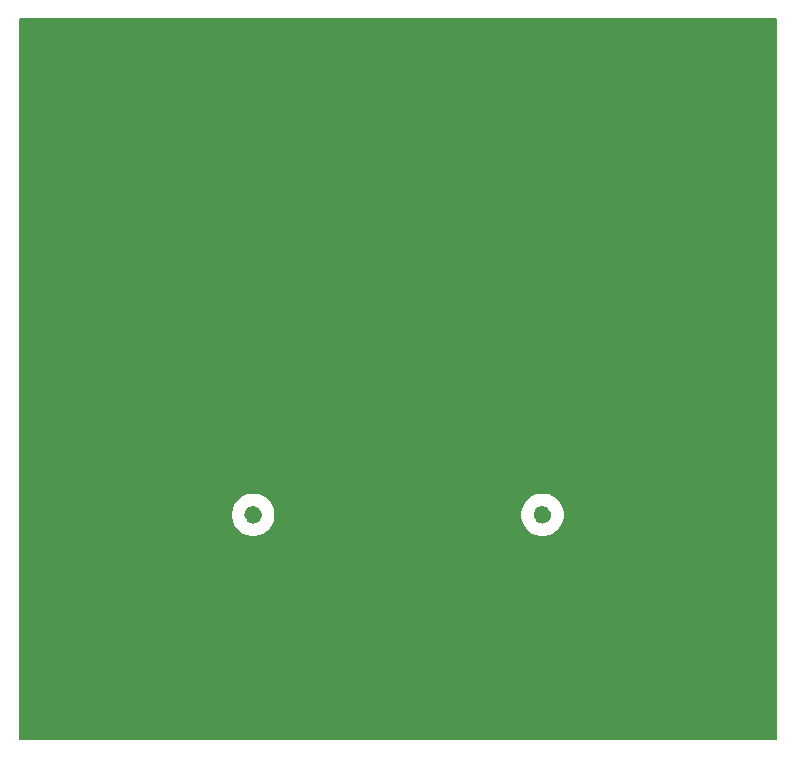
<source format=gts>
G04*
G04 #@! TF.GenerationSoftware,Altium Limited,Altium Designer,20.0.14 (345)*
G04*
G04 Layer_Color=8388736*
%FSLAX44Y44*%
%MOMM*%
G71*
G01*
G75*
%ADD10C,1.0000*%
%ADD11R,64.0000X0.6925*%
%ADD12R,0.6925X61.0000*%
%ADD13C,0.1270*%
%ADD14C,3.8632*%
G36*
Y610000D02*
D01*
X640000D01*
D01*
X0D01*
D02*
G37*
G36*
X634821Y5179D02*
X5179D01*
X5179Y604821D01*
X634821D01*
X634821Y5179D01*
D02*
G37*
%LPC*%
G36*
X444306Y208000D02*
X440761D01*
X437283Y207308D01*
X434007Y205951D01*
X431059Y203981D01*
X428552Y201474D01*
X426582Y198526D01*
X425225Y195250D01*
X424534Y191773D01*
Y190000D01*
Y188227D01*
X425225Y184750D01*
X426582Y181474D01*
X428552Y178526D01*
X431059Y176019D01*
X434007Y174049D01*
X437283Y172692D01*
X440761Y172000D01*
X444306D01*
X447784Y172692D01*
X451060Y174049D01*
X454008Y176019D01*
X456515Y178526D01*
X458485Y181474D01*
X459842Y184750D01*
X460534Y188227D01*
Y190000D01*
Y191773D01*
X459842Y195250D01*
X458485Y198526D01*
X456515Y201474D01*
X454008Y203981D01*
X451060Y205951D01*
X447784Y207308D01*
X444306Y208000D01*
D02*
G37*
G36*
X199366D02*
X195820D01*
X192343Y207308D01*
X189067Y205951D01*
X186119Y203981D01*
X183612Y201474D01*
X181642Y198526D01*
X180285Y195250D01*
X179593Y191773D01*
Y190000D01*
Y188227D01*
X180285Y184750D01*
X181642Y181474D01*
X183612Y178526D01*
X186119Y176019D01*
X189067Y174049D01*
X192343Y172692D01*
X195820Y172000D01*
X199366D01*
X202844Y172692D01*
X206119Y174049D01*
X209068Y176019D01*
X211575Y178526D01*
X213545Y181474D01*
X214902Y184750D01*
X215593Y188227D01*
Y190000D01*
Y191773D01*
X214902Y195250D01*
X213545Y198526D01*
X211575Y201474D01*
X209068Y203981D01*
X206119Y205951D01*
X202844Y207308D01*
X199366Y208000D01*
D02*
G37*
%LPD*%
D10*
X445034Y190000D02*
G03*
X445034Y190000I-2500J0D01*
G01*
X200093D02*
G03*
X200093Y190000I-2500J0D01*
G01*
D11*
X320000Y3463D02*
D03*
Y606537D02*
D03*
D12*
X3526Y305000D02*
D03*
X636506D02*
D03*
D13*
X640000Y610000D02*
X640000Y0D01*
X0D02*
X640000D01*
X0Y610000D02*
X640000D01*
X-0D02*
X0Y0D01*
D14*
X40000Y490000D02*
D03*
X600000D02*
D03*
X320000Y40000D02*
D03*
M02*

</source>
